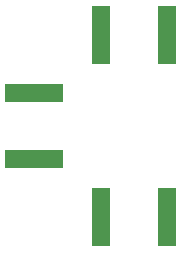
<source format=gbs>
G04 #@! TF.GenerationSoftware,KiCad,Pcbnew,5.1.10-88a1d61d58~88~ubuntu18.04.1*
G04 #@! TF.CreationDate,2021-11-13T13:18:12+01:00*
G04 #@! TF.ProjectId,rf_phase_shifter_2_45GHz,72665f70-6861-4736-955f-736869667465,1.0.0*
G04 #@! TF.SameCoordinates,Original*
G04 #@! TF.FileFunction,Soldermask,Bot*
G04 #@! TF.FilePolarity,Negative*
%FSLAX46Y46*%
G04 Gerber Fmt 4.6, Leading zero omitted, Abs format (unit mm)*
G04 Created by KiCad (PCBNEW 5.1.10-88a1d61d58~88~ubuntu18.04.1) date 2021-11-13 13:18:12*
%MOMM*%
%LPD*%
G01*
G04 APERTURE LIST*
%ADD10R,5.000000X1.600000*%
%ADD11R,1.600000X5.000000*%
G04 APERTURE END LIST*
D10*
X75967000Y-61698000D03*
X75967000Y-56158000D03*
D11*
X87225000Y-66654000D03*
X81685000Y-66654000D03*
X81685000Y-51202000D03*
X87225000Y-51202000D03*
M02*

</source>
